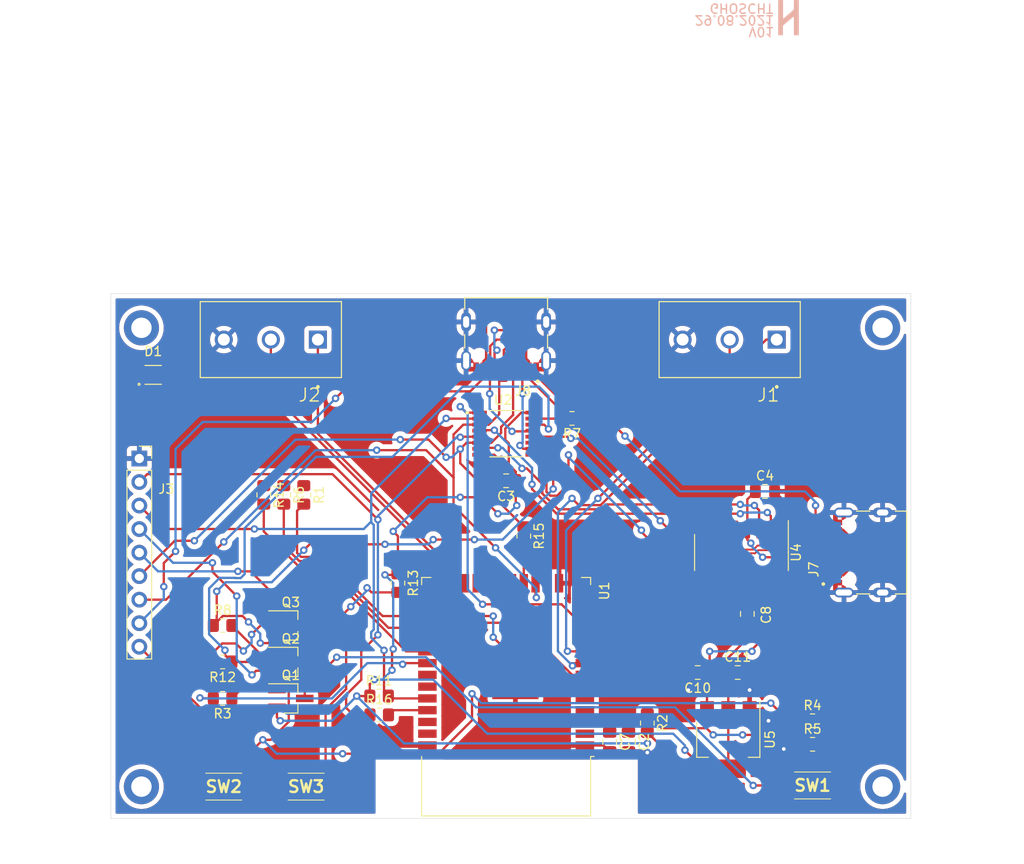
<source format=kicad_pcb>
(kicad_pcb (version 20211014) (generator pcbnew)

  (general
    (thickness 1.6)
  )

  (paper "A4")
  (title_block
    (title "Control")
    (date "2021-08-29")
    (rev "v01")
    (comment 4 "Author: GHOSCHT")
  )

  (layers
    (0 "F.Cu" signal)
    (31 "B.Cu" signal)
    (32 "B.Adhes" user "B.Adhesive")
    (33 "F.Adhes" user "F.Adhesive")
    (34 "B.Paste" user)
    (35 "F.Paste" user)
    (36 "B.SilkS" user "B.Silkscreen")
    (37 "F.SilkS" user "F.Silkscreen")
    (38 "B.Mask" user)
    (39 "F.Mask" user)
    (40 "Dwgs.User" user "User.Drawings")
    (41 "Cmts.User" user "User.Comments")
    (42 "Eco1.User" user "User.Eco1")
    (43 "Eco2.User" user "User.Eco2")
    (44 "Edge.Cuts" user)
    (45 "Margin" user)
    (46 "B.CrtYd" user "B.Courtyard")
    (47 "F.CrtYd" user "F.Courtyard")
    (48 "B.Fab" user)
    (49 "F.Fab" user)
  )

  (setup
    (pad_to_mask_clearance 0)
    (pcbplotparams
      (layerselection 0x00010fc_ffffffff)
      (disableapertmacros false)
      (usegerberextensions true)
      (usegerberattributes true)
      (usegerberadvancedattributes true)
      (creategerberjobfile true)
      (svguseinch false)
      (svgprecision 6)
      (excludeedgelayer true)
      (plotframeref false)
      (viasonmask false)
      (mode 1)
      (useauxorigin false)
      (hpglpennumber 1)
      (hpglpenspeed 20)
      (hpglpendiameter 15.000000)
      (dxfpolygonmode true)
      (dxfimperialunits true)
      (dxfusepcbnewfont true)
      (psnegative false)
      (psa4output false)
      (plotreference true)
      (plotvalue true)
      (plotinvisibletext false)
      (sketchpadsonfab false)
      (subtractmaskfromsilk true)
      (outputformat 1)
      (mirror false)
      (drillshape 0)
      (scaleselection 1)
      (outputdirectory "Gerber/")
    )
  )

  (net 0 "")
  (net 1 "VDD")
  (net 2 "GND")
  (net 3 "MUXDTR")
  (net 4 "VCC")
  (net 5 "Net-(D1-Pad2)")
  (net 6 "Net-(D1-Pad1)")
  (net 7 "Net-(D1-Pad3)")
  (net 8 "RX")
  (net 9 "TX")
  (net 10 "EN")
  (net 11 "BOOT")
  (net 12 "unconnected-(J7-PadA5)")
  (net 13 "unconnected-(J7-PadB8)")
  (net 14 "unconnected-(J7-PadA8)")
  (net 15 "unconnected-(J7-PadB5)")
  (net 16 "EXTRTS")
  (net 17 "EXTDTR")
  (net 18 "Net-(Q2-Pad1)")
  (net 19 "SIG1A")
  (net 20 "SIG1B")
  (net 21 "D+")
  (net 22 "D-")
  (net 23 "SIG2A")
  (net 24 "SIG2B")
  (net 25 "RTS")
  (net 26 "Net-(Q3-Pad1)")
  (net 27 "EXTRX")
  (net 28 "EXTTX")
  (net 29 "DTR")
  (net 30 "LEDR")
  (net 31 "STOPRST")
  (net 32 "Net-(Q1-Pad1)")
  (net 33 "LEDG")
  (net 34 "LEDB")
  (net 35 "MUXRX")
  (net 36 "Net-(R15-Pad2)")
  (net 37 "MUXTX")
  (net 38 "Net-(R16-Pad2)")
  (net 39 "unconnected-(U1-Pad4)")
  (net 40 "unconnected-(U1-Pad5)")
  (net 41 "unconnected-(U1-Pad10)")
  (net 42 "unconnected-(U1-Pad11)")
  (net 43 "MUX")
  (net 44 "unconnected-(U1-Pad13)")
  (net 45 "unconnected-(U1-Pad14)")
  (net 46 "unconnected-(U1-Pad16)")
  (net 47 "unconnected-(U1-Pad19)")
  (net 48 "Net-(Q1-Pad3)")
  (net 49 "unconnected-(U1-Pad20)")
  (net 50 "Net-(C8-Pad2)")
  (net 51 "unconnected-(U1-Pad21)")
  (net 52 "unconnected-(U1-Pad22)")
  (net 53 "unconnected-(U1-Pad23)")
  (net 54 "unconnected-(U1-Pad24)")
  (net 55 "unconnected-(U1-Pad26)")
  (net 56 "unconnected-(U1-Pad29)")
  (net 57 "unconnected-(U1-Pad32)")
  (net 58 "unconnected-(U1-Pad33)")
  (net 59 "unconnected-(U1-Pad36)")
  (net 60 "unconnected-(U1-Pad37)")
  (net 61 "Net-(R5-Pad2)")
  (net 62 "Net-(R7-Pad2)")
  (net 63 "MUXRTS")
  (net 64 "unconnected-(U4-Pad7)")
  (net 65 "unconnected-(U4-Pad8)")
  (net 66 "unconnected-(U4-Pad9)")
  (net 67 "unconnected-(U4-Pad10)")
  (net 68 "unconnected-(U4-Pad11)")
  (net 69 "unconnected-(U4-Pad12)")
  (net 70 "unconnected-(U4-Pad15)")

  (footprint "HRO_TYPE-C-31-M-12:HRO_TYPE-C-31-M-12" (layer "F.Cu") (at 187.96 101.727 90))

  (footprint "Resistor_SMD:R_0805_2012Metric_Pad1.20x1.40mm_HandSolder" (layer "F.Cu") (at 180.399 119.888))

  (footprint "Package_TO_SOT_SMD:SOT-23_Handsoldering" (layer "F.Cu") (at 124.079 117.475))

  (footprint "Resistor_SMD:R_0805_2012Metric_Pad1.20x1.40mm_HandSolder" (layer "F.Cu") (at 116.713 117.475 180))

  (footprint "Resistor_SMD:R_0805_2012Metric_Pad1.20x1.40mm_HandSolder" (layer "F.Cu") (at 180.399 122.428))

  (footprint "SKRKAEE020:SKRKAEE020" (layer "F.Cu") (at 180.399 126.873))

  (footprint "SKRKAEE020:SKRKAEE020" (layer "F.Cu") (at 116.84 127))

  (footprint "HRO_TYPE-C-31-M-12:HRO_TYPE-C-31-M-12" (layer "F.Cu") (at 147.32 76.835 180))

  (footprint "Package_SO:SOIC-16_3.9x9.9mm_P1.27mm" (layer "F.Cu") (at 172.72 101.727 -90))

  (footprint "Capacitor_SMD:C_0805_2012Metric_Pad1.18x1.45mm_HandSolder" (layer "F.Cu") (at 173.355 108.3525 90))

  (footprint "Resistor_SMD:R_0805_2012Metric_Pad1.20x1.40mm_HandSolder" (layer "F.Cu") (at 133.604 117.221))

  (footprint "CUI_TB006-508-03BE:CUI_TB006-508-03BE" (layer "F.Cu") (at 127 78.74 180))

  (footprint "Resistor_SMD:R_0805_2012Metric_Pad1.20x1.40mm_HandSolder" (layer "F.Cu") (at 162.56 120.142 -90))

  (footprint "CUI_TB006-508-03BE:CUI_TB006-508-03BE" (layer "F.Cu") (at 176.53 78.74 180))

  (footprint "Capacitor_SMD:C_0805_2012Metric_Pad1.18x1.45mm_HandSolder" (layer "F.Cu") (at 160.528 122.174 -90))

  (footprint "Resistor_SMD:R_0805_2012Metric_Pad1.20x1.40mm_HandSolder" (layer "F.Cu") (at 154.432 87.249 180))

  (footprint "RF_Module:ESP32-WROOM-32" (layer "F.Cu") (at 147.32 114.3 180))

  (footprint "MountingHole:MountingHole_2.2mm_M2_ISO14580_Pad" (layer "F.Cu") (at 187.96 77.47))

  (footprint "Resistor_SMD:R_0805_2012Metric_Pad1.20x1.40mm_HandSolder" (layer "F.Cu") (at 121.158 95.504 -90))

  (footprint "Package_TO_SOT_SMD:SOT-223-3_TabPin2" (layer "F.Cu") (at 171.3015 121.92 -90))

  (footprint "Resistor_SMD:R_0805_2012Metric_Pad1.20x1.40mm_HandSolder" (layer "F.Cu") (at 149.225 99.949 -90))

  (footprint "MountingHole:MountingHole_2.2mm_M2_ISO14580_Pad" (layer "F.Cu") (at 107.95 127))

  (footprint "CD74HC4053PWR:SOP65P640X120-16N" (layer "F.Cu") (at 147.32 88.9))

  (footprint "Capacitor_SMD:C_0805_2012Metric_Pad1.18x1.45mm_HandSolder" (layer "F.Cu") (at 167.9995 114.681 180))

  (footprint "TJ-S1615CY6TGLCCSRGB-A5:TJ-S1615CY6TGLCCSRGB-A5" (layer "F.Cu") (at 109.22 82.55))

  (footprint "Resistor_SMD:R_0805_2012Metric_Pad1.20x1.40mm_HandSolder" (layer "F.Cu") (at 116.713 113.538 180))

  (footprint "Capacitor_SMD:C_0805_2012Metric_Pad1.18x1.45mm_HandSolder" (layer "F.Cu") (at 158.496 122.174 -90))

  (footprint "Resistor_SMD:R_0805_2012Metric_Pad1.20x1.40mm_HandSolder" (layer "F.Cu") (at 135.636 105.029 -90))

  (footprint "Capacitor_SMD:C_0805_2012Metric_Pad1.18x1.45mm_HandSolder" (layer "F.Cu") (at 147.32 93.98 180))

  (footprint "Capacitor_SMD:C_0805_2012Metric_Pad1.18x1.45mm_HandSolder" (layer "F.Cu") (at 172.3175 114.681))

  (footprint "Connector_PinSocket_2.54mm:PinSocket_1x09_P2.54mm_Vertical" (layer "F.Cu") (at 107.721 91.577))

  (footprint "Capacitor_SMD:C_0805_2012Metric_Pad1.18x1.45mm_HandSolder" (layer "F.Cu") (at 175.26 95.123))

  (footprint "MountingHole:MountingHole_2.2mm_M2_ISO14580_Pad" (layer "F.Cu") (at 187.96 127))

  (footprint "Package_TO_SOT_SMD:SOT-23_Handsoldering" (layer "F.Cu") (at 124.079 109.601))

  (footprint "Package_TO_SOT_SMD:SOT-23_Handsoldering" (layer "F.Cu") (at 124.079 113.538))

  (footprint "Resistor_SMD:R_0805_2012Metric_Pad1.20x1.40mm_HandSolder" (layer "F.Cu") (at 133.62 119.253))

  (footprint "Resistor_SMD:R_0805_2012Metric_Pad1.20x1.40mm_HandSolder" (layer "F.Cu") (at 123.317 95.504 -90))

  (footprint "Resistor_SMD:R_0805_2012Metric_Pad1.20x1.40mm_HandSolder" (layer "F.Cu") (at 125.476 95.504 -90))

  (footprint "MountingHole:MountingHole_2.2mm_M2_ISO14580_Pad" (layer "F.Cu") (at 107.95 77.47))

  (footprint "Resistor_SMD:R_0805_2012Metric_Pad1.20x1.40mm_HandSolder" (layer "F.Cu") (at 116.713 109.601))

  (footprint "SKRKAEE020:SKRKAEE020" (layer "F.Cu") (at 125.73 127 180))

  (footprint "logo:logo" (layer "B.Cu") (at 177.8 43.9875 180))

  (gr_line (start 104.648 130.429) (end 191.008 130.429) (layer "Edge.Cuts") (width 0.05) (tstamp 00000000-0000-0000-0000-0000612be863))
  (gr_line (start 191.008 73.787) (end 104.648 73.787) (layer "Edge.Cuts") (width 0.05) (tstamp 27cb800c-91f2-4581-a3df-283140f8de7a))
  (gr_line (start 191.008 73.787) (end 191.008 130.429) (layer "Edge.Cuts") (width 0.05) (tstamp 8e2e528c-9fd7-4d33-b2f6-50348f1f17ab))
  (gr_line (start 104.648 73.787) (end 104.648 130.429) (layer "Edge.Cuts") (width 0.05) (tstamp c1dde370-6c97-4cf2-912e-7f65fb9cb8a0))
  (gr_text "V01" (at 174.879 45.5115 180) (layer "B.SilkS") (tstamp 0bdb31bb-e7b5-4ded-9a42-2efeb7aa1eac)
    (effects (font (size 1 1) (thickness 0.15)) (justify mirror))
  )
  (gr_text "GHOSCHT" (at 172.72 42.9715 180) (layer "B.SilkS") (tstamp 2923ebe6-b266-428c-b7d5-56fe4ec64f67)
    (effects (font (size 1 1) (thickness 0.15)) (justify mirror))
  )
  (gr_text "29.08.2021" (at 171.958 44.2415 180) (layer "B.SilkS") (tstamp aa17e972-073e-46ab-870d-59e31e60c64c)
    (effects (font (size 1 1) (thickness 0.15)) (justify mirror))
  )

  (segment (start 176.53 102.235) (end 177.165 102.87) (width 0.25) (layer "F.Cu") (net 1) (tstamp 0772fd48-5bc3-4da8-9b0d-ccf6209591d0))
  (segment (start 134.239 104.14) (end 135.525 104.14) (width 0.25) (layer "F.Cu") (net 1) (tstamp 09539c11-3ba5-4276-b948-a5382bb78908))
  (segment (start 173.355 99.252) (end 173.355 100.33) (width 0.25) (layer "F.Cu") (net 1) (tstamp 0a9c7f15-aa9f-4a0a-b05c-3fc15e0d0978))
  (segment (start 173.355 99.252) (end 173.355 95.9905) (width 0.25) (layer "F.Cu") (net 1) (tstamp 0b3fd315-37ba-42d0-8b56-30a8f9dcf11b))
  (segment (start 171.28 113.089993) (end 171.28 114.681) (width 0.25) (layer "F.Cu") (net 1) (tstamp 0b7afe7a-ff88-44ea-ac05-02dfa9d6276c))
  (segment (start 114.32352 118.49952) (end 122.50448 118.49952) (width 0.25) (layer "F.Cu") (net 1) (tstamp 0ceddf5b-010b-4f0e-9269-3bad7cb9d81b))
  (segment (start 148.3575 93.002698) (end 148.3575 93.98) (width 0.25) (layer "F.Cu") (net 1) (tstamp 1a749d4d-d750-4ef4-8ae3-8f732e4329d6))
  (segment (start 132.604 115.935) (end 133.096 115.443) (width 0.25) (layer "F.Cu") (net 1) (tstamp 1aece9cb-2b9d-4518-9f44-0ccc0cdea940))
  (segment (start 162.56 122.303569) (end 162.574027 122.317596) (width 0.25) (layer "F.Cu") (net 1) (tstamp 1ba25e51-decd-41d7-b19b-b2ab586c204c))
  (segment (start 135.001 114.427) (end 135.001 112.268) (width 0.25) (layer "F.Cu") (net 1) (tstamp 295b5c8a-7bd7-4591-ade0-3435507c03b4))
  (segment (start 122.579 118.425) (end 122.579 119.531) (width 0.25) (layer "F.Cu") (net 1) (tstamp 343cb678-90ca-4aff-af78-94cc88a75536))
  (segment (start 132.604 117.221) (end 131.191 117.221) (width 0.25) (layer "F.Cu") (net 1) (tstamp 345072f7-c29d-4b13-bb9b-df0230736cf0))
  (segment (start 171.3015 114.7025) (end 171.28 114.681) (width 0.25) (layer "F.Cu") (net 1) (tstamp 35c989e0-39e1-43ec-b239-d7e1dcb0c7f0))
  (segment (start 162.56 121.142) (end 162.56 122.303569) (width 0.25) (layer "F.Cu") (net 1) (tstamp 40840c3a-c337-4642-82f1-bbf967ef10a6))
  (segment (start 148.463 96.647) (end 148.3575 96.5415) (width 0.25) (layer "F.Cu") (net 1) (tstamp 418b02e3-6526-4cf0-82ea-c3c3238b2643))
  (segment (start 135.525 104.14) (end 135.636 104.029) (width 0.25) (layer "F.Cu") (net 1) (tstamp 427bd064-4fc8-407a-a475-7edd970c0697))
  (segment (start 144.653 95.758) (end 146.431 97.536) (width 0.25) (layer "F.Cu") (net 1) (tstamp 4ec9d43d-a546-4687-9474-3b0dd77d9b21))
  (segment (start 173.355 95.9905) (end 174.2225 95.123) (width 0.25) (layer "F.Cu") (net 1) (tstamp 5068ffea-401d-480b-be7d-45dcc507ba42))
  (segment (start 147.230499 89.563181) (end 147.605022 89.937704) (width 0.25) (layer "F.Cu") (net 1) (tstamp 50ef0067-b3a9-43c5-b537-d51ed6c443b2))
  (segment (start 162.417 121.285) (end 162.56 121.142) (width 0.25) (layer "F.Cu") (net 1) (tstamp 585653c5-22e7-4d7b-9b71-fb8ec0e14d9c))
  (segment (start 122.50448 118.49952) (end 122.579 118.425) (width 0.25) (layer "F.Cu") (net 1) (tstamp 58d3fcfb-bd84-4bf3-8b51-59e23982d9e7))
  (segment (start 147.605022 89.937704) (end 147.605022 92.25022) (width 0.25) (layer "F.Cu") (net 1) (tstamp 5e950593-e787-492f-8b7c-8f547d7dba36))
  (segment (start 173.355 100.33) (end 173.736 100.711) (width 0.25) (layer "F.Cu") (net 1) (tstamp 6744e999-2a5e-48b8-9441-51aa812e68d7))
  (segment (start 171.3015 118.77) (end 171.3015 114.7025) (width 0.25) (layer "F.Cu") (net 1) (tstamp 6a1c6a39-a320-48b7-bab4-cc1192b1ccdd))
  (segment (start 177.165 104.202) (end 177.165 107.204993) (width 0.25) (layer "F.Cu") (net 1) (tstamp 73c11c9b-605e-4462-916a-83ee7cabbb43))
  (segment (start 173.355 99.252) (end 173.355 99.628072) (width 0.25) (layer "F.Cu") (net 1) (tstamp 7ba12f4a-ec6d-468c-99a1-51f405e6fc04))
  (segment (start 158.3475 121.285) (end 158.496 121.1365) (width 0.25) (layer "F.Cu") (net 1) (tstamp 7e475ffe-a64d-4cb1-820d-307b1df0149b))
  (segment (start 171.3015 125.07) (end 171.3015 118.77) (width 0.25) (layer "F.Cu") (net 1) (tstamp 94577e12-7b64-44c8-b56e-7cfead54a3c0))
  (segment (start 148.9514 86.625) (end 147.230499 88.345901) (width 0.25) (layer "F.Cu") (net 1) (tstamp 9ce3bc21-a5b6-49f5-b629-dc32c558e229))
  (segment (start 107.721 111.897) (end 114.32352 118.49952) (width 0.25) (layer "F.Cu") (net 1) (tstamp 9e1b2541-b67f-4b5e-bd09-efd5a0086134))
  (segment (start 147.230499 88.345901) (end 147.230499 89.563181) (width 0.25) (layer "F.Cu") (net 1) (tstamp 9f693ee3-ffa9-44a2-84e0-ac72d6dbe1a3))
  (segment (start 168.631 125.07) (end 171.3015 125.07) (width 0.25) (layer "F.Cu") (net 1) (tstamp a3072ae1-ed83-4f33-945e-0faa9a355cd9))
  (segment (start 160.3795 121.285) (end 160.528 121.1365) (width 0.25) (layer "F.Cu") (net 1) (tstamp af438183-42bf-4f00-95bd-83cb89f716bf))
  (segment (start 122.579 119.531) (end 122.936 119.888) (width 0.25) (layer "F.Cu") (net 1) (tstamp b34bf608-3625-42a2-9d34-609708d3b8fe))
  (segment (start 148.3575 96.5415) (end 148.3575 93.98) (width 0.25) (layer "F.Cu") (net 1) (tstamp b3668f36-2753-47f4-9a49-876054e09a6f))
  (segment (start 177.165 102.87) (end 177.165 104.202) (width 0.25) (layer "F.Cu") (net 1) (tstamp b52c907b-8b3f-4ef5-87d2-50ffb8fd7ffc))
  (segment (start 177.165 107.204993) (end 171.28 113.089993) (width 0.25) (layer "F.Cu") (net 1) (tstamp b57cd337-be8b-4f7a-a766-04c16dc178dd))
  (segment (start 166.624 123.063) (end 168.631 125.07) (width 0.25) (layer "F.Cu") (net 1) (tstamp b8994439-f905-486b-a09a-92ac5c78d058))
  (segment (start 150.19 86.625) (end 148.9514 86.625) (width 0.25) (layer "F.Cu") (net 1) (tstamp cc753394-79ea-4b53-a8af-a1bf7d53b10f))
  (segment (start 135.636 104.029) (end 135.636 99.949) (width 0.25) (layer "F.Cu") (net 1) (tstamp cff3efef-0f8f-4180-b13e-7b9f6aaf6281))
  (segment (start 135.636 99.949) (end 135.128 99.441) (width 0.25) (layer "F.Cu") (net 1) (tstamp d5eef11e-fe21-4235-bc85-2c8920677f98))
  (segment (start 132.604 117.221) (end 132.604 115.935) (width 0.25) (layer "F.Cu") (net 1) (tstamp d65d2812-1361-43d8-8287-3dd1106c2248))
  (segment (start 135.001 112.268) (end 135.128 112.141) (width 0.25) (layer "F.Cu") (net 1) (tstamp d752649f-8867-4a3d-b289-6187db024c75))
  (segment (start 175.006 102.235) (end 176.53 102.235) (width 0.25) (layer "F.Cu") (net 1) (tstamp da40ea85-accb-4afa-806b-e4833abeed1e))
  (segment (start 147.605022 92.25022) (end 148.3575 93.002698) (width 0.25) (layer "F.Cu") (net 1) (tstamp defb4790-822e-406a-886d-2dccfcf9a195))
  (segment (start 166.488 125.07) (end 171.3015 125.07) (width 0.25) (layer "F.Cu") (net 1) (tstamp dfcc44e6-66e9-4833-ab3a-cf321b167f99))
  (segment (start 142.367 95.758) (end 144.653 95.758) (width 0.25) (layer "F.Cu") (net 1) (tstamp e90ee953-5405-4a9d-af65-8a627a5e9c27))
  (segment (start 155.82 121.285) (end 162.417 121.285) (width 0.25) (layer "F.Cu") (net 1) (tstamp eebd6bcd-d38b-41a3-be37-17ab9bba9c94))
  (segment (start 162.56 121.142) (end 166.488 125.07) (width 0.25) (layer "F.Cu") (net 1) (tstamp f040acb9-c12e-4982-b2c7-91a4175db405))
  (via (at 166.624 123.063) (size 0.8) (drill 0.4) (layers "F.Cu" "B.Cu") (net 1) (tstamp 062b7267-dd0d-4fa2-90b3-f30d0a45ad2c))
  (via (at 133.096 115.443) (size 0.8) (drill 0.4) (layers "F.Cu" "B.Cu") (net 1) (tstamp 2021f175-0a66-43bc-8c54-3b3b783c01d1))
  (via (at 173.736 100.711) (size 0.8) (drill 0.4) (layers "F.Cu" "B.Cu") (net 1) (tstamp 232054d8-fe51-4f6e-b84d-2bc2bf4f3aa0))
  (via (at 142.367 95.758) (size 0.8) (drill 0.4) (layers "F.Cu" "B.Cu") (net 1) (tstamp 4501db26-2488-4db9-af45-4b3467011c80))
  (via (at 134.239 104.14) (size 0.8) (drill 0.4) (layers "F.Cu" "B.Cu") (net 1) (tstamp 492b4325-719b-4029-8f69-57186437ff7d))
  (via (at 135.128 99.441) (size 0.8) (drill 0.4) (layers "F.Cu" "B.Cu") (net 1) (tstamp 6221b4e6-9140-4049-861c-0eafd26316ba))
  (via (at 148.463 96.647) (size 0.8) (drill 0.4) (layers "F.Cu" "B.Cu") (net 1) (tstamp 6cb093cc-353e-4b67-8094-551608dc1e7e))
  (via (at 162.574027 122.317596) (size 0.8) (drill 0.4) (layers "F.Cu" "B.Cu") (net 1) (tstamp 89da002b-1c6b-4f22-a7ad-bcf65f82819e))
  (via (at 135.001 114.427) (size 0.8) (drill 0.4) (layers "F.Cu" "B.Cu") (net 1) (tstamp 9cb21eb4-986e-4d26-9147-63d29d7c7b73))
  (via (at 135.128 112.141) (size 0.8) (drill 0.4) (layers "F.Cu" "B.Cu") (net 1) (tstamp bfbdec1c-3f00-4e3f-a960-a05ea99d5c95))
  (via (at 146.431 97.536) (size 0.8) (drill 0.4) (layers "F.Cu" "B.Cu") (net 1) (tstamp c4676c82-8be7-43c7-ade8-7271cc2a881f))
  (via (at 175.006 102.235) (size 0.8) (drill 0.4) (layers "F.Cu" "B.Cu") (net 1) (tstamp d5eae238-2bf7-49b2-a399-fc40f0683f3a))
  (via (at 122.936 119.888) (size 0.8) (drill 0.4) (layers "F.Cu" "B.Cu") (net 1) (tstamp dc544e89-32c3-4445-98c2-04b3b91d6685))
  (via (at 131.191 117.221) (size 0.8) (drill 0.4) (layers "F.Cu" "B.Cu") (net 1) (tstamp fb89ad61-c608-4886-acc7-50d84b02865b))
  (segment (start 131.191 117.221) (end 136.297543 122.327543) (width 0.25) (layer "B.Cu") (net 1) (tstamp 09510aad-744d-4e76-84e6-9e7d678cbe82))
  (segment (start 145.288 121.285) (end 165.354 121.285) (width 0.25) (layer "B.Cu") (net 1) (tstamp 0a647962-4c56-4172-be0a-4f9de1603a5c))
  (segment (start 122.936 119.888) (end 128.524 119.888) (width 0.25) (layer "B.Cu") (net 1) (tstamp 0dadc6cf-eb96-4951-85e9-e0c787c3fdfc))
  (segment (start 136.297543 122.327543) (end 162.56408 122.327543) (width 0.25) (layer "B.Cu") (net 1) (tstamp 1458f440-8773-4375-a788-3dacc7873cb6))
  (segment (start 173.736 100.965) (end 175.006 102.235) (width 0.25) (layer "B.Cu") (net 1) (tstamp 1a060c41-e347-43d0-be76-cda6be6fabdb))
  (segment (start 162.56408 122.327543) (end 162.574027 122.317596) (width 0.25) (layer "B.Cu") (net 1) (tstamp 1b88db39-08c0-4e9a-928c-64d2b65e8f13))
  (segment (start 146.431 97.536) (end 147.574 97.536) (width 0.25) (layer "B.Cu") (net 1) (tstamp 2198910c-e4cf-47f8-bf8f-cbbbc3478ac3))
  (segment (start 139.446 115.443) (end 144.526 120.523) (width 0.25) (layer "B.Cu") (net 1) (tstamp 27203a8d-4795-4d80-929b-a10d6b0b87c6))
  (segment (start 144.526 120.523) (end 145.288 121.285) (width 0.25) (layer "B.Cu") (net 1) (tstamp 2e1e1f54-ac82-4b74-8011-4d33c5b18bfe))
  (segment (start 135.128 112.141) (end 135.128 105.029) (width 0.25) (layer "B.Cu") (net 1) (tstamp 3186f461-6363-44b7-a33a-33bed59e4434))
  (segment (start 147.574 97.536) (end 148.463 96.647) (width 0.25) (layer "B.Cu") (net 1) (tstamp 40ac8635-5d7f-4583-b6fb-cb9e6af80bde))
  (segment (start 166.624 122.555) (end 166.624 123.063) (width 0.25) (layer "B.Cu") (net 1) (tstamp 482fa3fa-152a-46d2-a358-e6e5456679f0))
  (segment (start 138.811 95.758) (end 142.367 95.758) (width 0.25) (layer "B.Cu") (net 1) (tstamp 4c613a89-ac24-4a04-a084-f9e352b15c0b))
  (segment (start 133.096 115.443) (end 139.446 115.443) (width 0.25) (layer "B.Cu") (net 1) (tstamp 4dc71bd7-9ba5-4dfe-813d-719e0bd29d51))
  (segment (start 173.736 100.711) (end 173.736 100.965) (width 0.25) (layer "B.Cu") (net 1) (tstamp 7b186dc8-e40f-4e57-b661-81bd77a787b0))
  (segment (start 133.096 115.443) (end 133.985 115.443) (width 0.25) (layer "B.Cu") (net 1) (tstamp 7b1c8056-d92e-4fa6-97c4-e749f8a138eb))
  (segment (start 128.524 119.888) (end 131.191 117.221) (width 0.25) (layer "B.Cu") (net 1) (tstamp 7fb664a2-82a3-4290-b696-2187d2a43efa))
  (segment (start 135.128 105.029) (end 134.239 104.14) (width 0.25) (layer "B.Cu") (net 1) (tstamp 815965e0-40fa-4af4-8276-781b56064ceb))
  (segment (start 135.128 99.441) (end 138.811 95.758) (width 0.25) (layer "B.Cu") (net 1) (tstamp b3861277-460b-459f-9615-f77724548773))
  (segment (start 133.985 115.443) (end 135.001 114.427) (width 0.25) (layer "B.Cu") (net 1) (tstamp c1e67729-27c7-45dc-869e-f9df84ca8004))
  (segment (start 165.354 121.285) (end 166.624 122.555) (width 0.25) (layer "B.Cu") (net 1) (tstamp cdb135f7-4bd2-40de-96dd-3dff49867a2d))
  (segment (start 166.962 114.681) (end 166.962 116.5645) (width 0.25) (layer "F.Cu") (net 2) (tstamp 1b1a26fb-eea8-4963-98ba-3cac0a0e7699))
  (segment (start 173.6015 118.77) (end 173.6015 116.572) (width 0.25) (layer "F.Cu") (net 2) (tstamp 22dd4885-f793-41fd-ba84-9e4b22514ffd))
  (segment (start 173.6015 116.572) (end 173.6015 114.9275) (width 0.25) (layer "F.Cu") (net 2) (tstamp 24d69e87-630c-4724-b73d-b9e4caa64bc0))
  (segment (start 162.4545 123.2115) (end 162.56 123.317) (width 0.25) (layer "F.Cu") (net 2) (tstamp 3341f917-00e9-4810-94f3-96deafe06e46))
  (segment (start 173.6015 118.77) (end 174.523 118.77) (width 0.25) (layer "F.Cu") (net 2) (tstamp 4fa34a99-9ad0-40fe-b35b-ef05b125c097))
  (segment (start 176.2975 95.123) (end 177.165 95.9905) (width 0.25) (layer "F.Cu") (net 2) (tstamp 5113a62a-daec-470b-a57d-52848c897cce))
  (segment (start 157.8395 122.555) (end 158.496 123.2115) (width 0.25) (layer "F.Cu") (net 2) (tstamp 59e48bd4-8c69-4be4-8845-3a9b411cbd7a))
  (segment (start 146.2825 93.98) (end 146.2825 91.4185) (width 0.25) (layer "F.Cu") (net 2) (tstamp 725aa646-07f4-41a4-87d7-9ecbdefef9f2))
  (segment (start 160.528 123.2115) (end 162.4545 123.2115) (width 0.25) (layer "F.Cu") (net 2) (tstamp 73ad6bf0-ec84-4d6c-b16b-9e75d276023d))
  (segment (start 178.891 122.936) (end 179.399 122.428) (width 0.25) (layer "F.Cu") (net 2) (tstamp 7ad25299-91f9-411e-a806-ef030c3fa5ee))
  (segment (start 166.962 116.5645) (end 166.9835 116.586) (width 0.25) (layer "F.Cu") (net 2) (tstamp 8d9d6cc8-1df0-4396-b630-452cd78f693c))
  (segment (start 158.496 123.2115) (end 160.528 123.2115) (width 0.25) (layer "F.Cu") (net 2) (tstamp a8d0cb69-2c4b-4754-99f8-fc8a779a0974))
  (segment (start 146.2825 91.4185) (end 146.039 91.175) (width 0.25) (layer "F.Cu") (net 2) (tstamp b074f8cd-fad1-46b9-932c-c465284afbb1))
  (segment (start 146.039 91.175) (end 144.45 91.175) (width 0.25) (layer "F.Cu") (net 2) (tstamp b3681630-b389-486a-b9d4-90e531d3386b))
  (segment (start 177.292 122.936) (end 178.891 122.936) (width 0.25) (layer "F.Cu") (net 2) (tstamp b7c4e718-e9fc-41f2-9dde-a81edcc7f4a8))
  (segment (start 174.523 118.77) (end 175.641 119.888) (width 0.25) (layer "F.Cu") (net 2) (tstamp c01a7fa2-f6d9-4011-84aa-912ba0204808))
  (segment (start 177.165 95.9905) (end 177.165 99.252) (width 0.25) (layer "F.Cu") (net 2) (tstamp c0662c31-007e-4a59-9a39-643b26e05f6a))
  (segment (start 155.82 122.555) (end 157.8395 122.555) (width 0.25) (layer "F.Cu") (net 2) (tstamp cb6740b8-549b-4a6a-8a21-34c650e4454b))
  (segment (start 173.6015 114.9275) (end 173.355 114.681) (width 0.25) (layer "F.Cu") (net 2) (tstamp ceff2bb7-36a6-4e42-aa95-a1cec1a60fac))
  (via (at 173.6015 116.572) (size 0.8) (drill 0.4) (layers "F.Cu" "B.Cu") (net 2) (tstamp 4b7111c5-fe81-4118-b1e4-c4d052eff531))
  (via (at 162.56 123.317) (size 0.8) (drill 0.4) (layers "F.Cu" "B.Cu") (net 2) (tstamp 5d2bd8b0-5cab-45cd-94be-9e46fce1ebdf))
  (via (at 177.292 122.936) (size 0.8) (drill 0.4) (layers "F.Cu" "B.Cu") (net 2) (tstamp cc7203da-a79f-4b15-b87e-565d408b2693))
  (via (at 166.9835 116.586) (size 0.8) (drill 0.4) (layers "F.Cu" "B.Cu") (net 2) (tstamp dc882d02-3cc4-472e-953a-e876b227b064))
  (via (at 175.641 119.888) (size 0.8) (drill 0.4) (layers "F.Cu" "B.Cu") (net 2) (tstamp f4c05903-6605-4c59-ad49-bc9b4a305eef))
  (segment (start 177.292 121.539) (end 177.292 122.936) (width 0.25) (layer "B.Cu") (net 2) (tstamp 0af4423f-526a-4566-a231-c799bbcf3554))
  (segment (start 173.5875 116.586) (end 173.6015 116.572) (width 0.25) (layer "B.Cu") (net 2) (tstamp 4acd1988-a84c-4fb0-9206-61ba33a2c8cf))
  (segment (start 175.641 119.888) (end 177.292 121.539) (width 0.25) (layer "B.Cu") (net 2) (tstamp d221c8f4-d085-4b97-97ff-586e683055df))
  (segment (start 166.9835 116.586) (end 173.5875 116.586) (width 0.25) (layer "B.Cu") (net 2) (tstamp efe235e4-df1a-4e7e-a7e1-ee59b8d2a127))
  (segment (start 173.355 109.39) (end 171.816928 109.39) (width 0.25) (layer "F.Cu") (net 3) (tstamp 1c3898c9-3ac5-4d44-b9d9-c1020fe387a4))
  (segment (start 171.816928 109.39) (end 161.925 99.498072) (width 0.25) (layer "F.Cu") (net 3) (tstamp 21bfb576-c1af-4d62-81a8-6e7add502321))
  (segment (start 152.099901 95.593501) (end 151.675499 95.169099) (width 0.25) (layer "F.Cu") (net 3) (tstamp 470d1942-5b9b-4342-843d-aef6b12b04ae))
  (segment (start 151.675499 92.660499) (end 150.19 91.175) (width 0.25) (layer "F.Cu") (net 3) (tstamp 50e6951e-070a-4712-8d51-d68f34bd0479))
  (segment (start 151.675499 95.169099) (end 151.675499 92.660499) (width 0.25) (layer "F.Cu") (net 3) (tstamp 7180e7ea-9ace-46a6-9015-3c87fe6a25bb))
  (segment (start 154.051 91.186) (end 154.051 94.3696) (width 0.25) (layer "F.Cu") (net 3) (tstamp 95a326cc-494d-424f-9e30-10f61f7db13d))
  (segment (start 161.925 99.498072) (end 161.925 99.314) (width 0.25) (layer "F.Cu") (net 3) (tstamp c1f79773-ba42-4db4-84ff-a5f20356e84d))
  (segment (start 154.051 94.3696) (end 152.827099 95.593501) (width 0.25) (layer "F.Cu") (net 3) (tstamp dd76bfe3-6145-471a-a6e2-f667ce6b2608))
  (segment (start 152.827099 95.593501) (end 152.099901 95.593501) (width 0.25) (layer "F.Cu") (net 3) (tstamp ffb2000e-84fc-40fb-a847-21f7a641599d))
  (via (at 161.925 99.314) (size 0.8) (drill 0.4) (layers "F.Cu" "B.Cu") (net 3) (tstamp 298c1273-0262-4481-88f4-f395c24d986b))
  (via (at 154.051 91.186) (size 0.8) (drill 0.4) (layers "F.Cu" "B.Cu") (net 3) (tstamp 2ba2cf8b-7e8c-4592-aac0-8187924a8897))
  (segment (start 161.925 99.314) (end 154.051 91.44) (width 0.25) (layer "B.Cu") (net 3) (tstamp 3a3a4e13-c3e9-4ddd-ad75-8f0424005dd2))
  (segment (start 154.051 91.44) (end 154.051 91.186) (width 0.25) (layer "B.Cu") (net 3) (tstamp 443e0251-73ce-467c-b489-27f0a14fe129))
  (segment (start 149.485479 76.968479) (end 149.485479 80.785108) (width 0.25) (layer "F.Cu") (net 4) (tstamp 13f83cd7-de8f-485c-be0e-4b54fafcde0e))
  (segment (start 183.725371 104.177) (end 185.039 102.863371) (width 0.25) (layer "F.Cu") (net 4) (tstamp 159a00be-8b01-4939-8a20-1270111fc2a9))
  (segment (start 182.865 99.277) (end 183.689022 99.277) (width 0.25) (layer "F.Cu") (net 4) (tstamp 1db97cd5-a9c7-49d5-ac3c-31561c13d7ce))
  (segment (start 169.0015 114.7165) (end 169.037 114.681) (width 0.25) (layer "F.Cu") (net 4) (tstamp 22cdb84e-9808-4f6e-9d3c-ec737dff4006))
  (segment (start 149.77 82.905) (end 153.08948 86.22448) (width 0.25) (layer "F.Cu") (net 4) (tstamp 24a583aa-0f30-44d0-a9a2-5b4656a97115))
  (segment (start 182.865 104.177) (end 181.89 104.177) (width 0.25) (layer "F.Cu") (net 4) (tstamp 31f68ee2-e0c7-40c5-a039-bf6aa69b083c))
  (segment (start 129.667 84.328) (end 128.905 85.09) (width 0.25) (layer "F.Cu") (net 4) (tstamp 44f325b7-2434-46be-9c68-c124715d1134))
  (segment (start 182.865 104.177) (end 183.725371 104.177) (width 0.25) (layer "F.Cu") (net 4) (tstamp 52f7eda6-fd5b-45d7-8bb2-d7202850821c))
  (segment (start 169.0015 118.77) (end 169.0015 114.7165) (width 0.25) (layer "F.Cu") (net 4) (tstamp 576f94d2-86cc-4d8a-b740-797c616fa01c))
  (segment (start 183.689022 99.277) (end 185.039 100.626978) (width 0.25) (layer "F.Cu") (net 4) (tstamp 60cf15eb-a9ee-40b5-89ae-b6a31cfc5fa6))
  (segment (start 185.039 102.863371) (end 185.039 101.219) (width 0.25) (layer "F.Cu") (net 4) (tstamp 676a8f69-db83-4e4e-bc79-7b0584db297e))
  (segment (start 144.87 82.905) (end 143.447 84.328) (width 0.25) (layer "F.Cu") (net 4) (tstamp 70619cc5-1c6f-48c2-9b10-232582f78a7c))
  (segment (start 169.291 114.427) (end 169.037 114.681) (width 0.25) (layer "F.Cu") (net 4) (tstamp 710596b1-3d67-433c-9052-07eb5c967758))
  (segment (start 169.291 112.395) (end 169.291 114.427) (width 0.25) (layer "F.Cu") (net 4) (tstamp 733fc3da-e9cc-4149-8c0f-4d1dbe4e5bed))
  (segment (start 185.039 100.626978) (end 185.039 101.219) (width 0.25) (layer "F.Cu") (net 4) (tstamp 739b332b-cf66-40c8-b6eb-859e1a1df42d))
  (segment (start 145.154521 77.095479) (end 145.796 76.454) (width 0.25) (layer "F.Cu") (net 4) (tstamp 7401f853-b4d1-48b8-bf29-a300484159fd))
  (segment (start 180.721 96.647) (end 180.721 98.108) (width 0.25) (layer "F.Cu") (net 4) (tstamp 8379ea4c-bb45-4960-a402-e6c9cfef45fc))
  (segment (start 149.77 81.069629) (end 149.77 81.93) (width 0.25) (layer "F.Cu") (net 4) (tstamp 8b1e5577-f512-4e17-9b8a-b8f5a598adf1))
  (segment (start 181.89 99.277) (end 182.865 99.277) (width 0.25) (layer "F.Cu") (net 4) (tstamp 8e0ead45-4c20-4b9c-b2c4-eb8d93c6147f))
  (segment (start 148.971 76.454) (end 149.485479 76.968479) (width 0.25) (layer "F.Cu") (net 4) (tstamp 8f17ef81-8651-4c75-93ec-537a207cd59c))
  (segment (start 144.87 81.069629) (end 145.154521 80.785108) (width 0.25) (layer "F.Cu") (net 4) (tstamp 98c6e729-5491-42d1-bdd1-3ad0b02fc0a5))
  (segment (start 173.863 112.204) (end 173.863 112.395) (width 0.25) (layer "F.Cu") (net 4) (tstamp 9a430b43-2369-45cf-bff2-2e8002afe0b9))
  (segment (start 180.721 98.108) (end 181.89 99.277) (width 0.25) (layer "F.Cu") (net 4) (tstamp 9ac7b8fa-9780-4cae-a1d2-c8642f09820a))
  (segment (start 129.794 84.328) (end 129.667 84.328) (width 0.25) (layer "F.Cu") (net 4) (tstamp a315dfc8-c11a-409b-bf85-1226d0fdb62e))
  (segment (start 110.363 102.87) (end 110.363 105.41) (width 0.25) (layer "F.Cu") (net 4) (tstamp acc25bff-a2ae-44d4-a22f-49eacdbb63fb))
  (segment (start 157.21748 86.22448) (end 160.147 89.154) (width 0.25) (layer "F.Cu") (net 4) (tstamp b58ed26e-a550-4162-b104-fafc9d6e8463))
  (segment (start 145.154521 80.785108) (end 145.154521 77.095479) (width 0.25) (layer "F.Cu") (net 4) (tstamp b67bd46e-8e27-46c9-a228-d31a75e65ca8))
  (segment (start 144.87 81.93) (end 144.87 81.069629) (width 0.25) (layer "F.Cu") (net 4) (tstamp bc05e958-067d-4f77-acb2-e677e3a4011e))
  (segment (start 181.89 104.177) (end 173.863 112.204) (width 0.25) (layer "F.Cu") (net 4) (tstamp bd0dd924-bb8c-42f1-8b45-50195b8253aa))
  (segment (start 153.08948 86.22448) (end 157.21748 86.22448) (width 0.25) (layer "F.Cu") (net 4) (tstamp bd144e47-ee69-44af-b18f-c084705fecea))
  (segment (start 111.633 101.6) (end 110.363 102.87) (width 0.25) (layer "F.Cu") (net 4) (tstamp c00c5cdc-e2cb-4281-a355-ceb21eef17fe))
  (segment (start 149.485479 80.785108) (end 149.77 81.069629) (width 0.25) (layer "F.Cu") (net 4) (tstamp e51734af-6b81-493e-b1bd-f33ca2b4c493))
  (segment (start 149.77 81.93) (end 149.77 82.905) (width 0.25) (layer "F.Cu") (net 4) (tstamp ef53cd1c-7c4b-4540-835b-9e68e41635aa))
  (segment (start 143.447 84.328) (end 129.794 84.328) (width 0.25) (layer "F.Cu") (net 4) (tstamp f0926dee-6a22-4dc2-96fe-a98b3d49e4db))
  (segment (start 145.796 76.454) (end 148.971 76.454) (width 0.25) (layer "F.Cu") (net 4) (tstamp fa890843-4bc6-482b-8cad-eb7fdd6c27db))
  (segment (start 144.87 81.93) (end 144.87 82.905) (width 0.25) (layer "F.Cu") (net 4) (tstamp fcbcbf51-4bfb-4051-ac2b-1846cfb83bc7))
  (via (at 110.363 105.41) (size 0.8) (drill 0.4) (layers "F.Cu" "B.Cu") (net 4) (tstamp 142f234b-3d98-4c23-b6d9-45dbc8fd0e30))
  (via (at 180.721 96.647) (size 0.8) (drill 0.4) (layers "F.Cu" "B.Cu") (net 4) (tstamp 398d19a0-15b1-4e7d-a95e-e4313abdf981))
  (via (at 169.291 112.395) (size 0.8) (drill 0.4) (layers "F.Cu" "B.Cu") (net 4) (tstamp 71690529-582a-4b64-b701-7c03b26529f6))
  (via (at 111.633 101.6) (size 0.8) (drill 0.4) (layers "F.Cu" "B.Cu") (net 4) (tstamp b1bf5a46-770f-41db-b43c-ea6e83c7f178))
  (via (at 160.147 89.154) (size 0.8) (drill 0.4) (layers "F.Cu" "B.Cu") (net 4) (tstamp b789eadd-8dd4-46f8-af88-99bc532708cf))
  (via (at 128.905 85.09) (size 0.8) (drill 0.4) (layers "F.Cu" "B.Cu") (net 4) (tstamp de0d518c-fee4-4246-941c-762d667ba5e2))
  (via (at 173.863 112.395) (size 0.8) (drill 0.4) (layers "F.Cu" "B.Cu") (net 4) (tstamp e80f590a-3c5e-4e36-9608-631e254c1ff9))
  (segment (start 111.633 90.551) (end 111.633 101.6) (width 0.25) (layer "B.Cu") (net 4) (tstamp 0d98f8c6-9a2d-4e13-88bf-45c227c31044))
  (segment (start 166.116 95.123) (end 179.578 95.123) (width 0.25) (layer "B.Cu") (net 4) (tstamp 15416255-62e4-4a3e-bdbe-995c6ca7509c))
  (segment (start 110.363 106.715) (end 107.721 109.357) (width 0.25) (layer "B.Cu") (net 4) (tstamp 2af76883-c89e-4a64-88b6-2485649f3751))
  (segment (start 128.905 85.09) (end 126.365 87.63) (width 0.25) (layer "B.Cu") (net 4) (tstamp 60fa68c9-9b44-46d3-af28-f1511fbb8383))
  (segment (start 180.721 96.266) (end 180.721 96.647) (width 0.25) (layer "B.Cu") (net 4) (tstamp 66aea902-0d1b-4e4c-a66e-4346da4fffda))
  (segment (start 160.147 89.154) (end 166.116 95.123) (width 0.25) (layer "B.Cu") (net 4) (tstamp 8ee6e6d6-0399-4988-af28-f246ed41d41f))
  (segment (start 114.554 87.63) (end 111.633 90.551) (width 0.25) (layer "B.Cu") (net 4) (tstamp a8ec2c72-7335-4ea2-955a-dd8ebe35e032))
  (segment (start 179.578 95.123) (end 180.721 96.266) (width 0.25) (layer "B.Cu") (net 4) (tstamp b9c545d6-eeed-4035-bc2e-e594c40a185b))
  (segment (start 173.863 112.395) (end 169.291 112.395) (width 0.25) (layer "B.Cu") (net 4) (tstamp cd85df34-8f74-4fcf-bea1-22b89269999b))
  (segment (start 110.363 105.41) (end 110.363 106.715) (width 0.25) (layer "B.Cu") (net 4) (tstamp dfe63a93-e1f7-44dd-984a-f3e83f7320b9))
  (segment (start 126.365 87.63) (end 114.554 87.63) (width 0.25) (layer "B.Cu") (net 4) (tstamp e0121400-aaec-48a9-8278-0d49e20050ba))
  (segment (start 107.721 96.657) (end 110.251 99.187) (width 0.25) (layer "F.Cu") (net 8) (tstamp 1b86fae9-aab8-4158-9177-024dd8983974))
  (segment (start 140.869 87.275) (end 144.45 87.275) (width 0.25) (layer "F.Cu") (net 8) (tstamp 2cc38768-e3c0-4ce9-aa62-a462928e2cef))
  (segment (start 134.604 117.221) (end 134.138543 116.755543) (width 0.25) (layer "F.Cu") (net 8) (tstamp 659e9e22-4030-4777-9f7b-a56a065f09ef))
  (segment (start 138.82 117.475) (end 134.858 117.475) (width 0.25) (layer "F.Cu") (net 8) (tstamp 95b83c5c-0ece-4b09-b218-2316e52e7eb8))
  (segment (start 110.251 99.187) (end 120.142 99.187) (width 0.25) (layer "F.Cu") (net 8) (tstamp b46eeaf7-f62a-4248-8dde-0d9bb48217a5))
  (segment (start 140.843 87.249) (end 140.869 87.275) (width 0.25) (layer "F.Cu") (net 8) (tstamp ca3ec9a6-db40-4e03-b562-947bffc21085))
  (segment (start 134.858 117.475) (end 134.604 117.221) (width 0.25) (layer "F.Cu") (net 8) (tstamp daf375ac-daf6-45d4-b0e6-e7c909352c8e))
  (segment (start 134.138543 116.755543) (end 134.138543 112.282351) (width 0.25) (layer "F.Cu") (net 8) (tstamp e7645424-7943-49b2-a7c3-7f2aa4d2ae59))
  (via (at 134.138543 112.282351) (size 0.8) (drill 0.4) (layers "F.Cu" "B.Cu") (net 8) (tstamp 839410f7-3cea-4389-b8dc-eb87db726a66))
  (via (at 120.142 99.187) (size 0.8) (drill 0.4) (layers "F.Cu" "B.Cu") (net 8) (tstamp e4676f5c-4ea9-4abb-bcdb-72fcc705aa27))
  (via (at 140.843 87.249) (size 0.8) (drill 0.4) (layers "F.Cu" "B.Cu") (net 8) (tstamp fd971a3d-dcf5-4378-9352-855eade5057b))
  (segment (start 131.953 99.187) (end 132.752499 98.387501) (width 0.25) (layer "B.Cu") (net 8) (tstamp 0073883a-250a-4e27-95f9-7c4d173440ba))
  (segment (start 134.117751 112.282351) (end 134.138543 112.282351) (width 0.25) (layer "B.Cu") (net 8) (tstamp 1a07d105-175e-4ec8-8ee8-aebacad26abb))
  (segment (start 132.752499 98.471099) (end 133.027489 98.746089) (width 0.25) (layer "B.Cu") (net 8) (tstamp 2117e7ed-72fa-4ff7-ad9f-626022436e6d))
  (segment (start 132.752499 98.387501) (end 132.752499 95.339501) (width 0.25) (layer "B.Cu") (net 8) (tstamp 3f5b3f88-9e2c-46fc-b015-434462b9a94e))
  (segment (start 120.142 99.187) (end 131.953 99.187) (width 0.25) (layer "B.Cu") (net 8) (tstamp 554dcb7c-4294-4a7f-8579-ad21a30ad567))
  (segment (start 132.752499 95.339501) (end 140.843 87.249) (width 0.25) (layer "B.Cu") (net 8) (tstamp 75532b7f-b815-4af5-8a93-78ce6d916e11))
  (segment (start 132.752499 110.316901) (end 132.752499 110.917099) (width 0.25) (layer "B.Cu") (net 8) (tstamp 91131758-266d-4281-aec8-7654b5bde1bf))
  (segment (start 132.752499 98.387501) (end 132.752499 98.471099) (width 0.25) (layer "B.Cu") (net 8) (tstamp ae018d80-ed11-4e3b-a658-fb4c37ed804b))
  (segment (start 133.027489 110.041911) (end 132.752499 110.316901) (width 0.25) (layer "B.Cu") (net 8) (tstamp c2a047b5-a81f-4c32-b488-8d7e2d085f04))
  (segment (start 132.752499 110.917099) (end 134.117751 112.282351) (width 0.25) (layer "B.Cu") (net 8) (tstamp e5358985-f4de-467a-9ef2-ae0456bfee31))
  (segment (start 133.027489 98.746089) (end 133.027489 110.041911) (width 0.25) (layer "B.Cu") (net 8) (tstamp e7fd674f-202c-40df-af1d-ff97da94653e))
  (segment (start 108.571 93.267) (end 128.573 93.267) (width 0.25) (layer "F.Cu") (net 9) (tstamp 05c45fcf-5c67-409c-97f8-c8c55096ef8c))
  (segment (start 130.81 119.253) (end 132.62 119.253) (width 0.25) (layer "F.Cu") (net 9) (tstamp 4e44151c-ff38-441a-a9c2-e428143ec458))
  (segment (start 128.573 93.267) (end 133.477 98.171) (width 0.25) (layer "F.Cu") (net 9) (tstamp a3f8e9d8-2623-4ac8-a464-c1eaaaf81ed1))
  (segment (start 130.048 117.094) (end 130.048 118.491) (width 0.25) (layer "F.Cu") (net 9) (tstamp a46e230f-8a12-4ddd-9c12-ef6210261ffd))
  (segment (start 131.67948 115.46252) (end 130.048 117.094) (width 0.25) (layer "F.Cu") (net 9) (tstamp a79aae10-8572-48f7-923c-88632c1379c0))
  (segment (start 144.45 89.225) (end 142.423 89.225) (width 0.25) (layer "F.Cu") (net 9) (tstamp a818b1c5-9b39-458d-b7da-6e2ceb8242a7))
  (segment (start 142.423 89.225) (end 142.367 89.281) (width 0.25) (layer "F.Cu") (net 9) (tstamp ae837b28-210f-4f44-8768-dfddd3a356ad))
  (segment (start 131.67948 112.41452) (end 131.67948 115.46252) (width 0.25) (layer "F.Cu") (net 9) (tstamp b11299f8-486b-4b88-9594-c921d62296f2))
  (segment (start 130.048 118.491) (end 130.81 119.253) (width 0.25) (layer "F.Cu") (net 9) (tstamp d77ae560-944d-4b81-9986-c0c33fe73ae8))
  (segment (start 107.72
... [589886 chars truncated]
</source>
